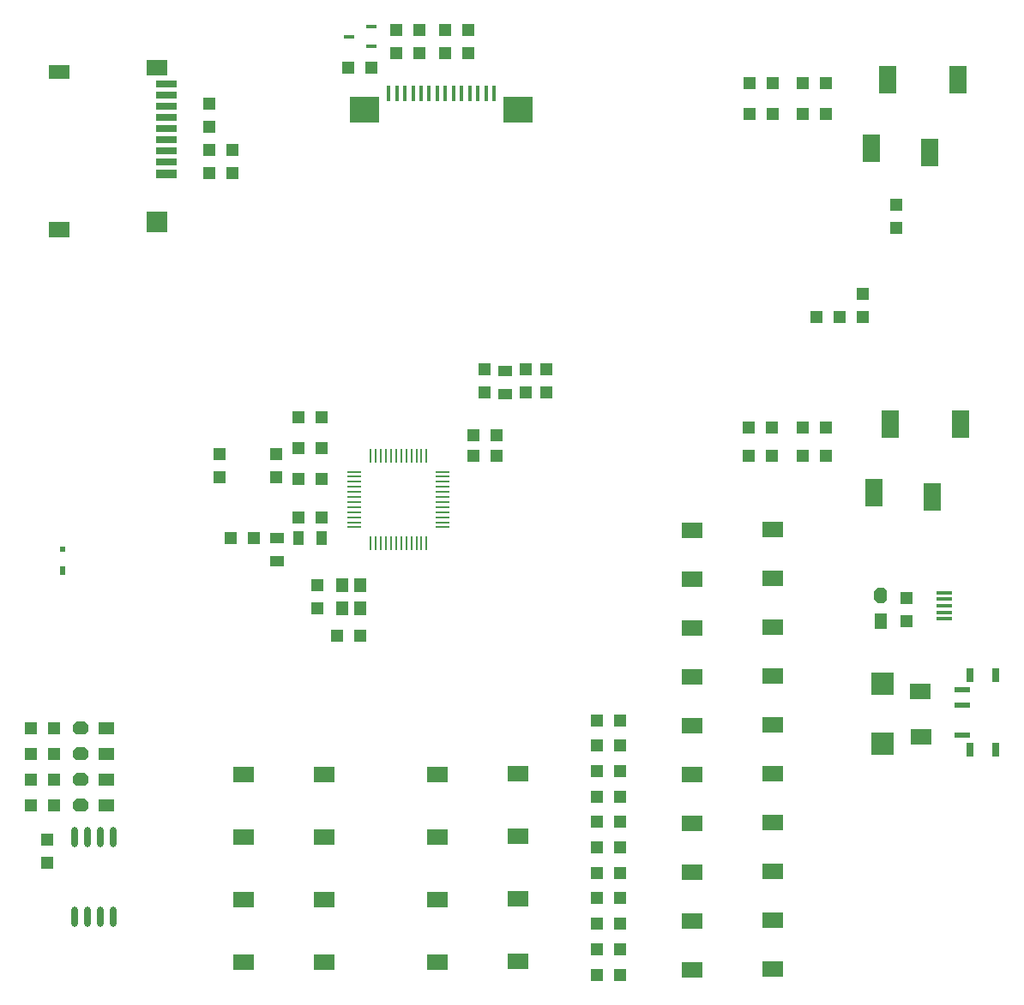
<source format=gtp>
G04*
G04 #@! TF.GenerationSoftware,Altium Limited,Altium Designer,21.9.2 (33)*
G04*
G04 Layer_Color=8421504*
%FSLAX25Y25*%
%MOIN*%
G70*
G04*
G04 #@! TF.SameCoordinates,66518ADA-414C-4047-A028-89B1228E7E92*
G04*
G04*
G04 #@! TF.FilePolarity,Positive*
G04*
G01*
G75*
%ADD21R,0.01968X0.03543*%
%ADD22R,0.01968X0.01968*%
%ADD23R,0.05000X0.05000*%
%ADD24R,0.05000X0.05000*%
%ADD25R,0.07087X0.10827*%
%ADD26R,0.08661X0.08661*%
G04:AMPARAMS|DCode=27|XSize=60mil|YSize=50mil|CornerRadius=0mil|HoleSize=0mil|Usage=FLASHONLY|Rotation=90.000|XOffset=0mil|YOffset=0mil|HoleType=Round|Shape=Octagon|*
%AMOCTAGOND27*
4,1,8,0.01250,0.03000,-0.01250,0.03000,-0.02500,0.01750,-0.02500,-0.01750,-0.01250,-0.03000,0.01250,-0.03000,0.02500,-0.01750,0.02500,0.01750,0.01250,0.03000,0.0*
%
%ADD27OCTAGOND27*%

%ADD28R,0.05000X0.06000*%
%ADD29R,0.06299X0.01575*%
%ADD30R,0.03937X0.01772*%
%ADD31O,0.05512X0.00900*%
%ADD32O,0.00900X0.05512*%
%ADD33O,0.05512X0.00900*%
%ADD34R,0.05512X0.00900*%
%ADD35O,0.00900X0.05512*%
%ADD36O,0.02400X0.08000*%
%ADD37R,0.05906X0.02362*%
%ADD38R,0.03150X0.05512*%
%ADD39R,0.07874X0.05906*%
%ADD40R,0.07874X0.03150*%
%ADD41R,0.07874X0.03347*%
%ADD42R,0.07874X0.05906*%
%ADD43R,0.07874X0.07874*%
%ADD44R,0.07874X0.05512*%
%ADD45R,0.08000X0.06000*%
%ADD46R,0.04800X0.05600*%
%ADD47R,0.04000X0.05500*%
G04:AMPARAMS|DCode=48|XSize=60mil|YSize=50mil|CornerRadius=0mil|HoleSize=0mil|Usage=FLASHONLY|Rotation=180.000|XOffset=0mil|YOffset=0mil|HoleType=Round|Shape=Octagon|*
%AMOCTAGOND48*
4,1,8,-0.03000,0.01250,-0.03000,-0.01250,-0.01750,-0.02500,0.01750,-0.02500,0.03000,-0.01250,0.03000,0.01250,0.01750,0.02500,-0.01750,0.02500,-0.03000,0.01250,0.0*
%
%ADD48OCTAGOND48*%

%ADD49R,0.06000X0.05000*%
%ADD50R,0.01181X0.05906*%
%ADD51R,0.11811X0.09843*%
%ADD52R,0.05500X0.04000*%
D21*
X26898Y169228D02*
D03*
D22*
Y177496D02*
D03*
D23*
X156500Y370500D02*
D03*
Y379500D02*
D03*
X338000Y277000D02*
D03*
Y268000D02*
D03*
X355000Y149500D02*
D03*
Y158500D02*
D03*
X84000Y342000D02*
D03*
Y351000D02*
D03*
X88000Y214500D02*
D03*
Y205500D02*
D03*
X110000Y214500D02*
D03*
Y205500D02*
D03*
X21000Y64500D02*
D03*
Y55500D02*
D03*
X215000Y247500D02*
D03*
Y238500D02*
D03*
X351000Y302500D02*
D03*
Y311500D02*
D03*
X175400Y379500D02*
D03*
Y370500D02*
D03*
X184400D02*
D03*
Y379500D02*
D03*
X165500Y370500D02*
D03*
Y379500D02*
D03*
X191000Y247500D02*
D03*
Y238500D02*
D03*
X207000D02*
D03*
Y247500D02*
D03*
X126000Y154500D02*
D03*
Y163500D02*
D03*
D24*
X314500Y359000D02*
D03*
X323500D02*
D03*
X320000Y268000D02*
D03*
X329000D02*
D03*
X147000Y365000D02*
D03*
X138000D02*
D03*
X127500Y217000D02*
D03*
X118500D02*
D03*
X186500Y222000D02*
D03*
X195500D02*
D03*
X118500Y229000D02*
D03*
X127500D02*
D03*
X118500Y205000D02*
D03*
X127500D02*
D03*
X234500Y51600D02*
D03*
X243500D02*
D03*
X234500Y41700D02*
D03*
X243500D02*
D03*
X234500Y31800D02*
D03*
X243500D02*
D03*
X234500Y21900D02*
D03*
X243500D02*
D03*
X234500Y12000D02*
D03*
X243500D02*
D03*
X234500Y91200D02*
D03*
X243500D02*
D03*
X234500Y81300D02*
D03*
X243500D02*
D03*
X234500Y101100D02*
D03*
X243500D02*
D03*
X234500Y71400D02*
D03*
X243500D02*
D03*
X234500Y61500D02*
D03*
X243500D02*
D03*
X234500Y111000D02*
D03*
X243500D02*
D03*
X294000Y359000D02*
D03*
X303000D02*
D03*
X294000Y347000D02*
D03*
X303000D02*
D03*
X314500D02*
D03*
X323500D02*
D03*
X314500Y214000D02*
D03*
X323500D02*
D03*
X314500Y225000D02*
D03*
X323500D02*
D03*
X293500Y214000D02*
D03*
X302500D02*
D03*
X293500Y225000D02*
D03*
X302500D02*
D03*
X14500Y108000D02*
D03*
X23500D02*
D03*
X14500Y98000D02*
D03*
X23500D02*
D03*
X14500Y88000D02*
D03*
X23500D02*
D03*
X14500Y78000D02*
D03*
X23500D02*
D03*
X93000Y333000D02*
D03*
X84000D02*
D03*
Y324000D02*
D03*
X93000D02*
D03*
X101200Y182000D02*
D03*
X92200D02*
D03*
X142500Y144000D02*
D03*
X133500D02*
D03*
X127500Y190000D02*
D03*
X118500D02*
D03*
X195500Y214000D02*
D03*
X186500D02*
D03*
D25*
X363945Y331827D02*
D03*
X374772Y360173D02*
D03*
X341110Y333402D02*
D03*
X347606Y360173D02*
D03*
X364945Y197827D02*
D03*
X375772Y226173D02*
D03*
X342110Y199402D02*
D03*
X348606Y226173D02*
D03*
D26*
X345500Y101689D02*
D03*
Y125311D02*
D03*
D27*
X345000Y159500D02*
D03*
D28*
Y149500D02*
D03*
D29*
X369402Y150382D02*
D03*
Y158059D02*
D03*
Y160618D02*
D03*
Y155500D02*
D03*
Y152941D02*
D03*
D30*
X138071Y377000D02*
D03*
X147000Y380740D02*
D03*
Y373260D02*
D03*
D31*
X140354Y203740D02*
D03*
Y201772D02*
D03*
Y199803D02*
D03*
Y197835D02*
D03*
Y195866D02*
D03*
Y193898D02*
D03*
Y191929D02*
D03*
Y189961D02*
D03*
Y187992D02*
D03*
Y186024D02*
D03*
X174606Y186024D02*
D03*
Y187992D02*
D03*
Y189961D02*
D03*
Y191929D02*
D03*
Y193898D02*
D03*
Y195866D02*
D03*
Y197835D02*
D03*
Y199803D02*
D03*
Y201772D02*
D03*
Y203740D02*
D03*
Y205709D02*
D03*
X140354D02*
D03*
D32*
X146653Y179724D02*
D03*
X148622D02*
D03*
X150591D02*
D03*
X152559D02*
D03*
X158465D02*
D03*
X156496D02*
D03*
X160433D02*
D03*
X162401D02*
D03*
X154527D02*
D03*
X164370D02*
D03*
X166339D02*
D03*
X168307D02*
D03*
X148622Y213976D02*
D03*
X150591D02*
D03*
X152559D02*
D03*
X154527D02*
D03*
X156496D02*
D03*
X158465D02*
D03*
X160433D02*
D03*
X162401D02*
D03*
X164370D02*
D03*
X166339D02*
D03*
X168307D02*
D03*
D33*
X174606Y207677D02*
D03*
D34*
X140354Y207677D02*
D03*
D35*
X146653Y213976D02*
D03*
D36*
X41500Y65500D02*
D03*
X31500Y34500D02*
D03*
Y65500D02*
D03*
X36500D02*
D03*
X41500Y34500D02*
D03*
X46500Y65500D02*
D03*
X36500Y34500D02*
D03*
X46500D02*
D03*
D37*
X376642Y122858D02*
D03*
Y116953D02*
D03*
Y105142D02*
D03*
D38*
X379579Y128370D02*
D03*
X389421D02*
D03*
Y99630D02*
D03*
X379579D02*
D03*
D39*
X97269Y89921D02*
D03*
X128500Y90000D02*
D03*
X302731Y166079D02*
D03*
X271500Y166000D02*
D03*
X302731Y147079D02*
D03*
X271500Y147000D02*
D03*
X302731Y185079D02*
D03*
X271500Y185000D02*
D03*
X302731Y109079D02*
D03*
X271500Y109000D02*
D03*
X302731Y128079D02*
D03*
X271500Y128000D02*
D03*
X302731Y71079D02*
D03*
X271500Y71000D02*
D03*
X302731Y14079D02*
D03*
X271500Y14000D02*
D03*
X302731Y33079D02*
D03*
X271500Y33000D02*
D03*
X302731Y52079D02*
D03*
X271500Y52000D02*
D03*
X302731Y90079D02*
D03*
X271500Y90000D02*
D03*
X25575Y302000D02*
D03*
X128500Y17000D02*
D03*
X97269Y16921D02*
D03*
X172500Y17000D02*
D03*
X203731Y17079D02*
D03*
X172500Y65667D02*
D03*
X203731Y65745D02*
D03*
X172500Y90000D02*
D03*
X203731Y90079D02*
D03*
X128500Y41333D02*
D03*
X97269Y41255D02*
D03*
X128500Y65667D02*
D03*
X97269Y65588D02*
D03*
X172500Y41333D02*
D03*
X203731Y41412D02*
D03*
D40*
X67307Y341173D02*
D03*
X67307Y332512D02*
D03*
X67307Y354165D02*
D03*
X67307Y358496D02*
D03*
X67307Y328181D02*
D03*
X67307Y336842D02*
D03*
X67307Y345504D02*
D03*
Y349835D02*
D03*
D41*
X67307Y323654D02*
D03*
D42*
X63370Y364795D02*
D03*
D43*
Y304756D02*
D03*
D44*
X25575Y363024D02*
D03*
D45*
X360376Y104612D02*
D03*
X360300Y122100D02*
D03*
D46*
X135500Y163500D02*
D03*
X142500D02*
D03*
Y154500D02*
D03*
X135500D02*
D03*
D47*
X127500Y182000D02*
D03*
X118500D02*
D03*
D48*
X34000Y108000D02*
D03*
Y98000D02*
D03*
Y88000D02*
D03*
Y78000D02*
D03*
D49*
X44000Y108000D02*
D03*
Y98000D02*
D03*
Y88000D02*
D03*
Y78000D02*
D03*
D50*
X194547Y355000D02*
D03*
X191398D02*
D03*
X188248D02*
D03*
X185099D02*
D03*
X181949D02*
D03*
X178799D02*
D03*
X175650D02*
D03*
X172500D02*
D03*
X169351D02*
D03*
X166201D02*
D03*
X163051D02*
D03*
X159902D02*
D03*
X156752D02*
D03*
X153603D02*
D03*
D51*
X144146Y348505D02*
D03*
X203988D02*
D03*
D52*
X199000Y247000D02*
D03*
Y238000D02*
D03*
X110200Y173000D02*
D03*
Y182000D02*
D03*
M02*

</source>
